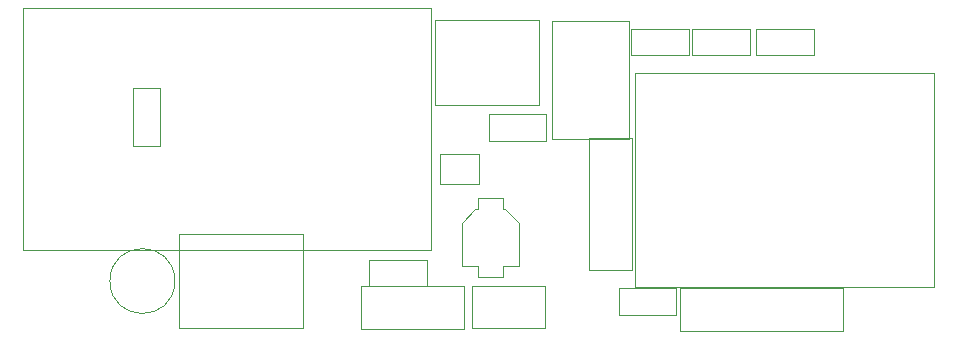
<source format=gbr>
G04 #@! TF.GenerationSoftware,KiCad,Pcbnew,(5.1.5-0-10_14)*
G04 #@! TF.CreationDate,2020-06-28T15:17:39+02:00*
G04 #@! TF.ProjectId,ESP8266-PowerMonitor,45535038-3236-4362-9d50-6f7765724d6f,rev?*
G04 #@! TF.SameCoordinates,Original*
G04 #@! TF.FileFunction,Other,User*
%FSLAX46Y46*%
G04 Gerber Fmt 4.6, Leading zero omitted, Abs format (unit mm)*
G04 Created by KiCad (PCBNEW (5.1.5-0-10_14)) date 2020-06-28 15:17:39*
%MOMM*%
%LPD*%
G04 APERTURE LIST*
%ADD10C,0.050000*%
G04 APERTURE END LIST*
D10*
X120400000Y-113800000D02*
G75*
G03X120400000Y-113800000I-2750000J0D01*
G01*
X159100000Y-101700000D02*
X155500000Y-101700000D01*
X159100000Y-112900000D02*
X159100000Y-101700000D01*
X155500000Y-112900000D02*
X159100000Y-112900000D01*
X155500000Y-101700000D02*
X155500000Y-112900000D01*
X184700000Y-96200000D02*
X184700000Y-114300000D01*
X184700000Y-114300000D02*
X159400000Y-114300000D01*
X159400000Y-114300000D02*
X159400000Y-96200000D01*
X159400000Y-96200000D02*
X184700000Y-96200000D01*
X163200000Y-118000000D02*
X176950000Y-118000000D01*
X176950000Y-118000000D02*
X176950000Y-114400000D01*
X176950000Y-114400000D02*
X163200000Y-114400000D01*
X163200000Y-114400000D02*
X163200000Y-118000000D01*
X142825000Y-103050000D02*
X146125000Y-103050000D01*
X142825000Y-103050000D02*
X142825000Y-105550000D01*
X146125000Y-105550000D02*
X146125000Y-103050000D01*
X146125000Y-105550000D02*
X142825000Y-105550000D01*
X159037500Y-94670000D02*
X159037500Y-92430000D01*
X159037500Y-92430000D02*
X163937500Y-92430000D01*
X163937500Y-92430000D02*
X163937500Y-94670000D01*
X163937500Y-94670000D02*
X159037500Y-94670000D01*
X174512500Y-94670000D02*
X169612500Y-94670000D01*
X174512500Y-92430000D02*
X174512500Y-94670000D01*
X169612500Y-92430000D02*
X174512500Y-92430000D01*
X169612500Y-94670000D02*
X169612500Y-92430000D01*
X169062500Y-92430000D02*
X169062500Y-94670000D01*
X169062500Y-94670000D02*
X164162500Y-94670000D01*
X164162500Y-94670000D02*
X164162500Y-92430000D01*
X164162500Y-92430000D02*
X169062500Y-92430000D01*
X162862500Y-116670000D02*
X157962500Y-116670000D01*
X162862500Y-114430000D02*
X162862500Y-116670000D01*
X157962500Y-114430000D02*
X162862500Y-114430000D01*
X157962500Y-116670000D02*
X157962500Y-114430000D01*
X152350000Y-101800000D02*
X158850000Y-101800000D01*
X158850000Y-91800000D02*
X152350000Y-91800000D01*
X152350000Y-91800000D02*
X152350000Y-101800000D01*
X158850000Y-91800000D02*
X158850000Y-101800000D01*
X151250000Y-91700000D02*
X142450000Y-91700000D01*
X151250000Y-98900000D02*
X151250000Y-91700000D01*
X142450000Y-98900000D02*
X151250000Y-98900000D01*
X142450000Y-91700000D02*
X142450000Y-98900000D01*
X144850000Y-114250000D02*
X136200000Y-114250000D01*
X136200000Y-114250000D02*
X136200000Y-117850000D01*
X136200000Y-117850000D02*
X144850000Y-117850000D01*
X144850000Y-117850000D02*
X144850000Y-114250000D01*
X149500000Y-112500000D02*
X148150000Y-112500000D01*
X148150000Y-112500000D02*
X148150000Y-113450000D01*
X148150000Y-113450000D02*
X146050000Y-113450000D01*
X146050000Y-113450000D02*
X146050000Y-112500000D01*
X146050000Y-112500000D02*
X144700000Y-112500000D01*
X144700000Y-108850000D02*
X144700000Y-112500000D01*
X149500000Y-108850000D02*
X149500000Y-112500000D01*
X145850000Y-107700000D02*
X144700000Y-108850000D01*
X148350000Y-107700000D02*
X149500000Y-108850000D01*
X148350000Y-107700000D02*
X148150000Y-107700000D01*
X146050000Y-107700000D02*
X145850000Y-107700000D01*
X148150000Y-107700000D02*
X148150000Y-106750000D01*
X148150000Y-106750000D02*
X146050000Y-106750000D01*
X146050000Y-106750000D02*
X146050000Y-107700000D01*
X151862500Y-101920000D02*
X146962500Y-101920000D01*
X151862500Y-99680000D02*
X151862500Y-101920000D01*
X146962500Y-99680000D02*
X151862500Y-99680000D01*
X146962500Y-101920000D02*
X146962500Y-99680000D01*
X151700000Y-114200000D02*
X145550000Y-114200000D01*
X145550000Y-114200000D02*
X145550000Y-117800000D01*
X145550000Y-117800000D02*
X151700000Y-117800000D01*
X151700000Y-117800000D02*
X151700000Y-114200000D01*
X141762500Y-114220000D02*
X136862500Y-114220000D01*
X141762500Y-111980000D02*
X141762500Y-114220000D01*
X136862500Y-111980000D02*
X141762500Y-111980000D01*
X136862500Y-114220000D02*
X136862500Y-111980000D01*
X116880000Y-97437500D02*
X119120000Y-97437500D01*
X119120000Y-97437500D02*
X119120000Y-102337500D01*
X119120000Y-102337500D02*
X116880000Y-102337500D01*
X116880000Y-102337500D02*
X116880000Y-97437500D01*
X120790000Y-109800000D02*
X131290000Y-109800000D01*
X120790000Y-109800000D02*
X120790000Y-117800000D01*
X131290000Y-117800000D02*
X131290000Y-109800000D01*
X131290000Y-117800000D02*
X120790000Y-117800000D01*
X107550000Y-111200000D02*
X142050000Y-111200000D01*
X142050000Y-111200000D02*
X142050000Y-90700000D01*
X142050000Y-90700000D02*
X107550000Y-90700000D01*
X107550000Y-90700000D02*
X107550000Y-111200000D01*
M02*

</source>
